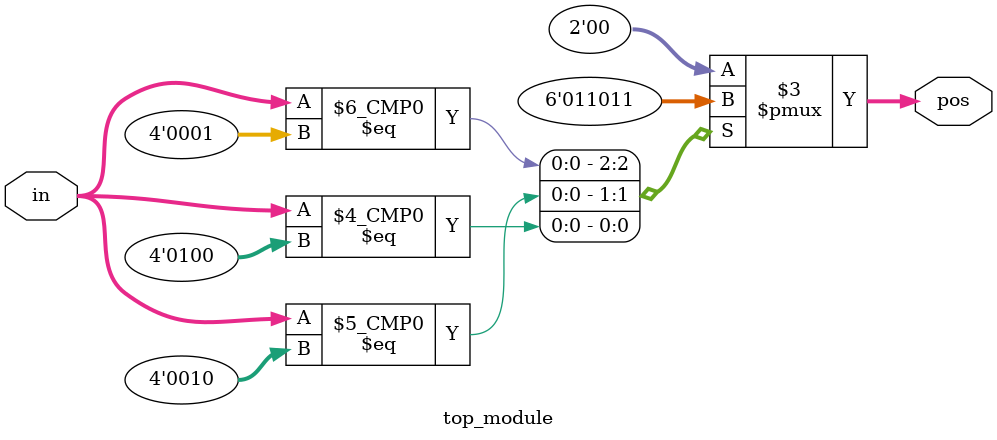
<source format=sv>
module top_module (
	input [3:0] in,
	output reg [1:0] pos
);

always @(*)
begin
	case(in)
		4'b0000: pos = 2'b00;
		4'b0001: pos = 2'b01;
		4'b0010: pos = 2'b10;
		4'b0100: pos = 2'b11;
		default: pos = 2'b00;
	endcase
end

endmodule

</source>
